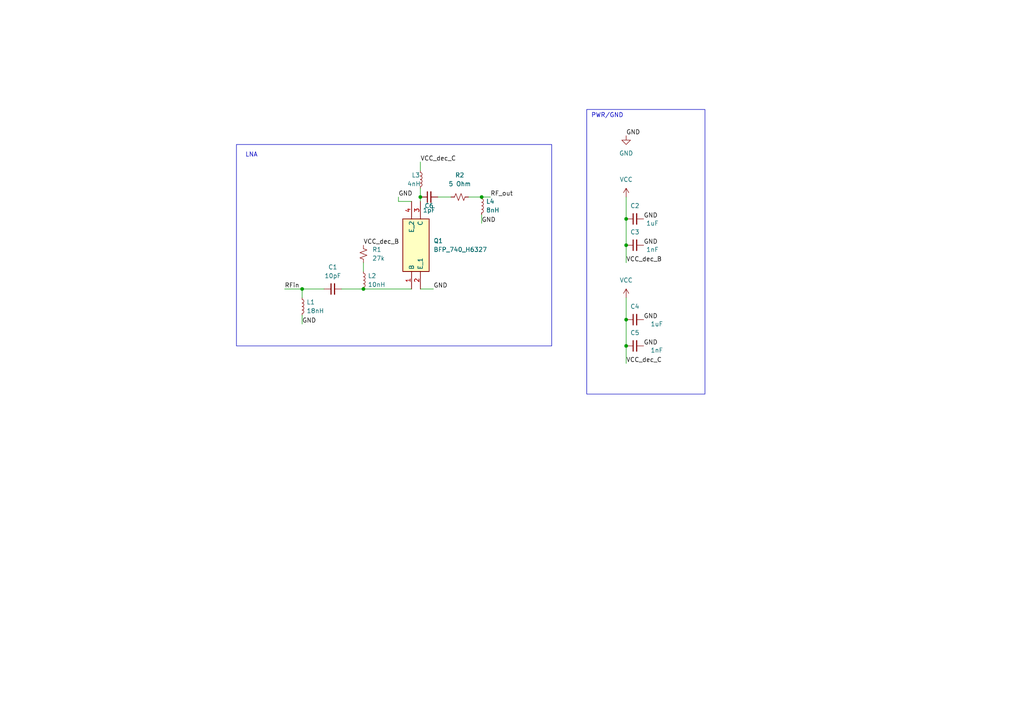
<source format=kicad_sch>
(kicad_sch (version 20230121) (generator eeschema)
  (paper "A4")
  (lib_symbols
    (symbol "Device:C_Small" (pin_numbers hide) (pin_names (offset 0.254) hide)
      (property "Reference" "C" (at 0.254 1.778 0))
      (property "Value" "C_Small" (at 0.254 -2.032 0))
      (symbol "C_Small_0_1"
        (polyline (pts (xy -1.524 -0.508) (xy 1.524 -0.508)) (stroke (width 0.3302)))
        (polyline (pts (xy -1.524 0.508) (xy 1.524 0.508)) (stroke (width 0.3048)))
      )
      (symbol "C_Small_1_1"
        (pin passive line (at 0 2.54 270) (length 2.032) (name "~") (number "1"))
        (pin passive line (at 0 -2.54 90) (length 2.032) (name "~") (number "2"))
      )
    )
    (symbol "Device:L_Small" (pin_numbers hide) (pin_names (offset 0.254) hide)
      (property "Reference" "L" (at 0.762 1.016 0))
      (property "Value" "L_Small" (at 0.762 -1.016 0))
      (symbol "L_Small_0_1"
        (arc (start 0 -2.032) (mid 0.5058 -1.524) (end 0 -1.016))
        (arc (start 0 -1.016) (mid 0.5058 -0.508) (end 0 0))
        (arc (start 0 0) (mid 0.5058 0.508) (end 0 1.016))
        (arc (start 0 1.016) (mid 0.5058 1.524) (end 0 2.032))
      )
      (symbol "L_Small_1_1"
        (pin passive line (at 0 2.54 270) (length 0.508) (name "~") (number "1"))
        (pin passive line (at 0 -2.54 90) (length 0.508) (name "~") (number "2"))
      )
    )
    (symbol "Device:R_Small_US" (pin_numbers hide) (pin_names (offset 0.254) hide)
      (property "Reference" "R" (at 0.762 0.508 0))
      (property "Value" "R_Small_US" (at 0.762 -1.016 0))
      (symbol "R_Small_US_1_1"
        (polyline (pts (xy 0 0) (xy 1.016 -0.381) (xy 0 -0.762) (xy -1.016 -1.143) (xy 0 -1.524)))
        (polyline (pts (xy 0 1.524) (xy 1.016 1.143) (xy 0 0.762) (xy -1.016 0.381) (xy 0 0)))
        (pin passive line (at 0 2.54 270) (length 1.016) (name "~") (number "1"))
        (pin passive line (at 0 -2.54 90) (length 1.016) (name "~") (number "2"))
      )
    )
    (symbol "SamacSys_LNA:BFP_740_H6327"
      (property "Reference" "Q" (at 21.59 7.62 0))
      (property "Value" "BFP_740_H6327" (at 21.59 5.08 0))
      (symbol "BFP_740_H6327_1_1"
        (rectangle (start 5.08 2.54) (end 20.32 -5.08) (stroke (width 0.254)) (fill (type background)))
        (pin passive line (at 0 0 0) (length 5.08) (name "B") (number "1"))
        (pin passive line (at 0 -2.54 0) (length 5.08) (name "E_1") (number "2"))
        (pin passive line (at 25.4 -2.54 180) (length 5.08) (name "C") (number "3"))
        (pin passive line (at 25.4 0 180) (length 5.08) (name "E_2") (number "4"))
      )
    )
    (symbol "power:GND" (power) (pin_names (offset 0))
      (property "Value" "GND" (at 0 -3.81 0))
      (symbol "GND_0_1"
        (polyline (pts (xy 0 0) (xy 0 -1.27) (xy 1.27 -1.27) (xy 0 -2.54) (xy -1.27 -1.27) (xy 0 -1.27)))
      )
      (symbol "GND_1_1"
        (pin power_in line (at 0 0 270) (length 0) hide (name "GND") (number "1"))
      )
    )
    (symbol "power:VCC" (power) (pin_names (offset 0))
      (property "Value" "VCC" (at 0 3.81 0))
      (symbol "VCC_0_1"
        (polyline (pts (xy -0.762 1.27) (xy 0 2.54)))
        (polyline (pts (xy 0 0) (xy 0 2.54)))
        (polyline (pts (xy 0 2.54) (xy 0.762 1.27)))
      )
      (symbol "VCC_1_1"
        (pin power_in line (at 0 0 90) (length 0) hide (name "VCC") (number "1"))
      )
    )
  )
  (junction (at 105.41 83.82))
  (junction (at 121.92 57.15))
  (junction (at 87.63 83.82))
  (junction (at 181.61 92.71))
  (junction (at 181.61 63.5))
  (junction (at 181.61 100.33))
  (junction (at 139.7 57.15))
  (junction (at 181.61 71.12))
  (wire (pts (xy 139.7 57.15) (xy 142.24 57.15)))
  (wire (pts (xy 82.55 83.82) (xy 87.63 83.82)))
  (wire (pts (xy 125.73 83.82) (xy 121.92 83.82)))
  (wire (pts (xy 181.61 57.15) (xy 181.61 63.5)))
  (wire (pts (xy 99.06 83.82) (xy 105.41 83.82)))
  (wire (pts (xy 105.41 83.82) (xy 119.38 83.82)))
  (wire (pts (xy 181.61 86.36) (xy 181.61 92.71)))
  (wire (pts (xy 87.63 86.36) (xy 87.63 83.82)))
  (wire (pts (xy 181.61 63.5) (xy 181.61 71.12)))
  (wire (pts (xy 121.92 54.61) (xy 121.92 57.15)))
  (wire (pts (xy 139.7 64.77) (xy 139.7 62.23)))
  (wire (pts (xy 115.57 57.15) (xy 115.57 58.42)))
  (wire (pts (xy 181.61 71.12) (xy 181.61 76.2)))
  (wire (pts (xy 127 57.15) (xy 130.81 57.15)))
  (wire (pts (xy 181.61 92.71) (xy 181.61 100.33)))
  (wire (pts (xy 105.41 76.2) (xy 105.41 78.74)))
  (wire (pts (xy 121.92 57.15) (xy 121.92 58.42)))
  (wire (pts (xy 121.92 46.99) (xy 121.92 49.53)))
  (wire (pts (xy 181.61 100.33) (xy 181.61 105.41)))
  (wire (pts (xy 135.89 57.15) (xy 139.7 57.15)))
  (wire (pts (xy 115.57 58.42) (xy 119.38 58.42)))
  (wire (pts (xy 87.63 83.82) (xy 93.98 83.82)))
  (wire (pts (xy 87.63 93.98) (xy 87.63 91.44)))
  (rectangle (start 68.58 41.91) (end 160.02 100.33))
  (rectangle (start 170.18 31.75) (end 204.47 114.3))
  (text "PWR/GND\n" (at 171.45 34.29 0) (effects (font (size 1.27 1.27)) (justify left bottom)))
  (text "LNA" (at 71.12 45.72 0) (effects (font (size 1.27 1.27)) (justify left bottom)))
  (label "GND" (at 186.69 92.71 0))
  (label "VCC_dec_B" (at 105.41 71.12 0))
  (label "GND" (at 186.69 71.12 0))
  (label "GND" (at 139.7 64.77 0))
  (label "VCC_dec_C" (at 121.92 46.99 0))
  (label "GND" (at 115.57 57.15 0))
  (label "GND" (at 125.73 83.82 0))
  (label "RFin" (at 82.55 83.82 0))
  (label "GND" (at 87.63 93.98 0))
  (label "GND" (at 181.61 39.37 0))
  (label "VCC_dec_C" (at 181.61 105.41 0))
  (label "GND" (at 186.69 63.5 0))
  (label "RF_out" (at 142.24 57.15 0))
  (label "GND" (at 186.69 100.33 0))
  (label "VCC_dec_B" (at 181.61 76.2 0))
  (symbol (lib_id "power:VCC") (at 181.61 57.15 0) (unit 1)
    (property "Reference" "#PWR02" (effects hide))
    (property "Value" "VCC" (at 181.61 52.07 0))
  )
  (symbol (lib_id "Device:C_Small") (at 184.15 71.12 90) (unit 1)
    (property "Reference" "C3" (at 184.15 67.31 90))
    (property "Value" "1nF" (at 189.23 72.39 90))
    (property "Footprint" "Capacitor_SMD:C_0603_1608Metric" (effects hide))
  )
  (symbol (lib_id "Device:C_Small") (at 184.15 92.71 90) (unit 1)
    (property "Reference" "C4" (at 184.15 88.9 90))
    (property "Value" "1uF" (at 190.5 93.98 90))
    (property "Footprint" "Capacitor_SMD:C_0603_1608Metric" (effects hide))
  )
  (symbol (lib_id "Device:C_Small") (at 184.15 63.5 90) (unit 1)
    (property "Reference" "C2" (at 184.15 59.69 90))
    (property "Value" "1uF" (at 189.23 64.77 90))
    (property "Footprint" "Capacitor_SMD:C_0603_1608Metric" (effects hide))
  )
  (symbol (lib_id "Device:L_Small") (at 139.7 59.69 0) (unit 1)
    (property "Reference" "L4" (at 140.97 58.42 0) (effects (justify left)))
    (property "Value" "8nH" (at 140.97 60.96 0) (effects (justify left)))
    (property "Footprint" "Inductor_SMD:L_0402_1005Metric" (effects hide))
  )
  (symbol (lib_id "power:GND") (at 181.61 39.37 0) (unit 1)
    (property "Reference" "#PWR01" (effects hide))
    (property "Value" "GND" (at 181.61 44.45 0))
  )
  (symbol (lib_id "Device:C_Small") (at 96.52 83.82 90) (unit 1)
    (property "Reference" "C1" (at 96.5263 77.47 90))
    (property "Value" "10pF" (at 96.5263 80.01 90))
    (property "Footprint" "Capacitor_SMD:C_0402_1005Metric" (effects hide))
  )
  (symbol (lib_id "Device:C_Small") (at 184.15 100.33 90) (unit 1)
    (property "Reference" "C5" (at 184.15 96.52 90))
    (property "Value" "1nF" (at 190.5 101.6 90))
    (property "Footprint" "Capacitor_SMD:C_0603_1608Metric" (effects hide))
  )
  (symbol (lib_id "power:VCC") (at 181.61 86.36 0) (unit 1)
    (property "Reference" "#PWR03" (effects hide))
    (property "Value" "VCC" (at 181.61 81.28 0))
  )
  (symbol (lib_id "SamacSys_LNA:BFP_740_H6327") (at 119.38 83.82 90) (unit 1)
    (property "Reference" "Q1" (at 125.73 69.85 90) (effects (justify right)))
    (property "Value" "BFP_740_H6327" (at 125.73 72.39 90) (effects (justify right)))
    (property "Footprint" "BFP740H6327" (effects hide))
    (property "Datasheet" "https://www.mouser.in/datasheet/2/196/Infineon-BFP740-DS-v01_01-en-1225452.pdf" (effects hide))
    (property "Height" "1" (effects hide))
    (property "Mouser Part Number" "726-BFP740H6327" (effects hide))
    (property "Mouser Price/Stock" "https://www.mouser.co.uk/ProductDetail/Infineon-Technologies/BFP-740-H6327?qs=9Vqdt%252BdHmfLJxVc7pexPUg%3D%3D" (effects hide))
    (property "Manufacturer_Name" "Infineon" (effects hide))
    (property "Manufacturer_Part_Number" "BFP 740 H6327" (effects hide))
  )
  (symbol (lib_id "Device:L_Small") (at 87.63 88.9 0) (unit 1)
    (property "Reference" "L1" (at 88.9 87.63 0) (effects (justify left)))
    (property "Value" "18nH" (at 88.9 90.17 0) (effects (justify left)))
    (property "Footprint" "Inductor_SMD:L_0402_1005Metric" (effects hide))
  )
  (symbol (lib_id "Device:C_Small") (at 124.46 57.15 90) (unit 1)
    (property "Reference" "C6" (at 124.46 59.69 90))
    (property "Value" "1pF" (at 124.46 60.96 90))
    (property "Footprint" "Capacitor_SMD:C_0402_1005Metric" (effects hide))
  )
  (symbol (lib_id "Device:L_Small") (at 121.92 52.07 0) (unit 1)
    (property "Reference" "L3" (at 119.38 50.8 0) (effects (justify left)))
    (property "Value" "4nH" (at 118.11 53.34 0) (effects (justify left)))
    (property "Footprint" "Inductor_SMD:L_0402_1005Metric" (effects hide))
  )
  (symbol (lib_id "Device:L_Small") (at 105.41 81.28 0) (unit 1)
    (property "Reference" "L2" (at 106.68 80.01 0) (effects (justify left)))
    (property "Value" "10nH" (at 106.68 82.55 0) (effects (justify left)))
    (property "Footprint" "Inductor_SMD:L_0402_1005Metric" (effects hide))
  )
  (symbol (lib_id "Device:R_Small_US") (at 105.41 73.66 0) (unit 1)
    (property "Reference" "R1" (at 107.95 72.39 0) (effects (justify left)))
    (property "Value" "27k" (at 107.95 74.93 0) (effects (justify left)))
    (property "Footprint" "Resistor_SMD:R_0603_1608Metric" (effects hide))
  )
  (symbol (lib_id "Device:R_Small_US") (at 133.35 57.15 90) (unit 1)
    (property "Reference" "R2" (at 133.35 50.8 90))
    (property "Value" "5 Ohm" (at 133.35 53.34 90))
    (property "Footprint" "Resistor_SMD:R_0402_1005Metric" (effects hide))
  )
)
</source>
